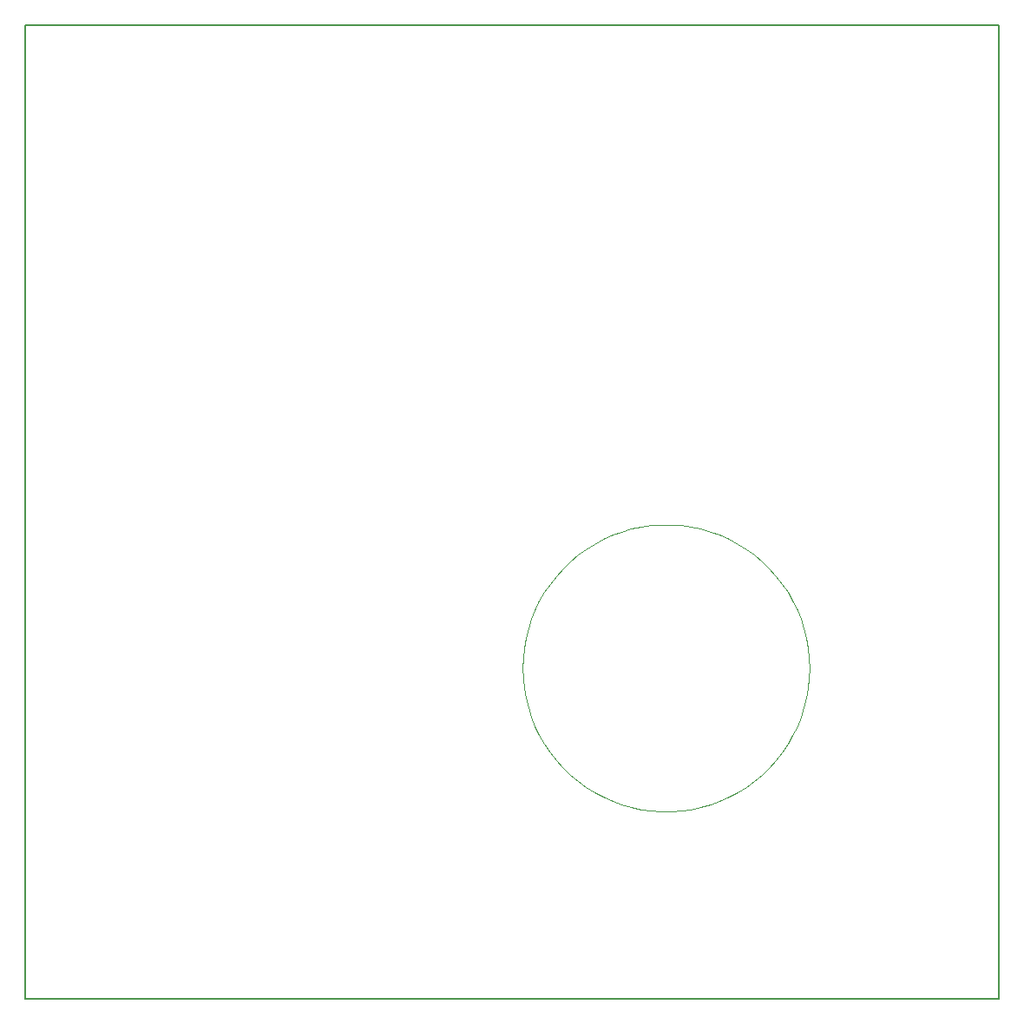
<source format=gm1>
%FSLAX23Y23*%
%MOMM*%
%SFA1B1*%

%IPPOS*%
%ADD33C,0.100000*%
%ADD34C,0.200000*%
%LNdigitalpsu-1*%
%LPD*%
G54D33*
X76499Y32249D02*
D01*
X76465Y33226*
X76363Y34198*
X76194Y35160*
X75957Y36108*
X75655Y37038*
X75289Y37944*
X74861Y38822*
X74372Y39668*
X73826Y40478*
X73224Y41249*
X72570Y41975*
X71867Y42654*
X71119Y43282*
X70328Y43856*
X69499Y44374*
X68637Y44833*
X67744Y45230*
X66826Y45564*
X65886Y45834*
X64931Y46037*
X63963Y46173*
X62988Y46241*
X62011*
X61036Y46173*
X60068Y46037*
X59113Y45834*
X58173Y45564*
X57255Y45230*
X56362Y44833*
X55499Y44374*
X54671Y43856*
X53880Y43282*
X53132Y42654*
X52429Y41975*
X51775Y41249*
X51173Y40478*
X50627Y39668*
X50138Y38822*
X49710Y37944*
X49344Y37038*
X49042Y36108*
X48805Y35160*
X48636Y34198*
X48534Y33226*
X48499Y32249*
X48534Y31273*
X48636Y30301*
X48805Y29339*
X49042Y28391*
X49344Y27461*
X49710Y26555*
X50138Y25677*
X50627Y24831*
X51173Y24020*
X51775Y23250*
X52429Y22524*
X53132Y21845*
X53880Y21217*
X54671Y20643*
X55499Y20125*
X56362Y19666*
X57255Y19269*
X58173Y18935*
X59113Y18665*
X60068Y18462*
X61036Y18326*
X62011Y18258*
X62988*
X63963Y18326*
X64931Y18462*
X65886Y18665*
X66826Y18935*
X67744Y19269*
X68637Y19666*
X69499Y20125*
X70328Y20643*
X71119Y21217*
X71867Y21845*
X72570Y22524*
X73224Y23250*
X73826Y24020*
X74372Y24831*
X74861Y25677*
X75289Y26555*
X75655Y27461*
X75957Y28391*
X76194Y29339*
X76363Y30301*
X76465Y31273*
X76499Y32249*
G54D34*
X0Y0D02*
Y94999D01*
X94999*
Y0D02*
Y94999D01*
X0Y0D02*
X94999D01*
M02*
</source>
